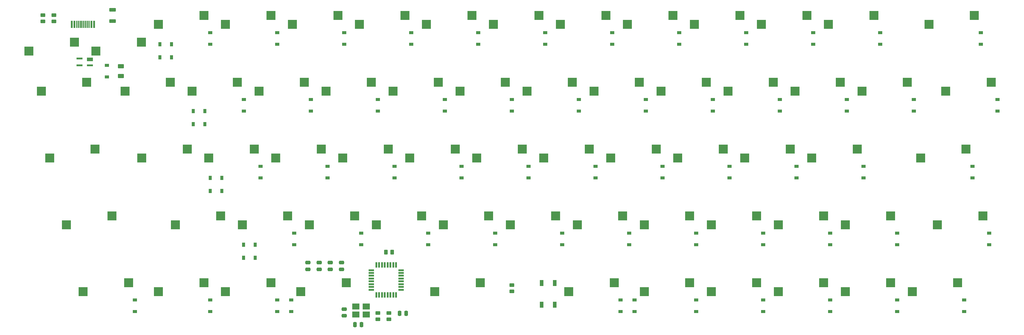
<source format=gbr>
G04 #@! TF.GenerationSoftware,KiCad,Pcbnew,(6.0.10)*
G04 #@! TF.CreationDate,2023-01-19T13:29:41+11:00*
G04 #@! TF.ProjectId,exp60,65787036-302e-46b6-9963-61645f706362,rev?*
G04 #@! TF.SameCoordinates,Original*
G04 #@! TF.FileFunction,Paste,Bot*
G04 #@! TF.FilePolarity,Positive*
%FSLAX46Y46*%
G04 Gerber Fmt 4.6, Leading zero omitted, Abs format (unit mm)*
G04 Created by KiCad (PCBNEW (6.0.10)) date 2023-01-19 13:29:41*
%MOMM*%
%LPD*%
G01*
G04 APERTURE LIST*
G04 Aperture macros list*
%AMRoundRect*
0 Rectangle with rounded corners*
0 $1 Rounding radius*
0 $2 $3 $4 $5 $6 $7 $8 $9 X,Y pos of 4 corners*
0 Add a 4 corners polygon primitive as box body*
4,1,4,$2,$3,$4,$5,$6,$7,$8,$9,$2,$3,0*
0 Add four circle primitives for the rounded corners*
1,1,$1+$1,$2,$3*
1,1,$1+$1,$4,$5*
1,1,$1+$1,$6,$7*
1,1,$1+$1,$8,$9*
0 Add four rect primitives between the rounded corners*
20,1,$1+$1,$2,$3,$4,$5,0*
20,1,$1+$1,$4,$5,$6,$7,0*
20,1,$1+$1,$6,$7,$8,$9,0*
20,1,$1+$1,$8,$9,$2,$3,0*%
G04 Aperture macros list end*
%ADD10R,2.550000X2.500000*%
%ADD11R,1.200000X0.900000*%
%ADD12R,2.100000X1.800000*%
%ADD13RoundRect,0.250000X-0.475000X0.250000X-0.475000X-0.250000X0.475000X-0.250000X0.475000X0.250000X0*%
%ADD14RoundRect,0.250000X-0.262500X-0.450000X0.262500X-0.450000X0.262500X0.450000X-0.262500X0.450000X0*%
%ADD15R,1.700000X1.000000*%
%ADD16R,1.700000X0.600000*%
%ADD17RoundRect,0.250000X0.450000X-0.262500X0.450000X0.262500X-0.450000X0.262500X-0.450000X-0.262500X0*%
%ADD18R,0.900000X1.200000*%
%ADD19R,1.600000X0.550000*%
%ADD20R,0.550000X1.600000*%
%ADD21R,0.600000X2.000000*%
%ADD22R,0.300000X2.000000*%
%ADD23RoundRect,0.250000X0.250000X0.475000X-0.250000X0.475000X-0.250000X-0.475000X0.250000X-0.475000X0*%
%ADD24R,1.100000X1.800000*%
%ADD25RoundRect,0.250000X-0.450000X0.262500X-0.450000X-0.262500X0.450000X-0.262500X0.450000X0.262500X0*%
%ADD26RoundRect,0.250000X0.625000X-0.375000X0.625000X0.375000X-0.625000X0.375000X-0.625000X-0.375000X0*%
%ADD27RoundRect,0.250000X-0.700000X0.275000X-0.700000X-0.275000X0.700000X-0.275000X0.700000X0.275000X0*%
G04 APERTURE END LIST*
D10*
X120995000Y-109665000D03*
X133922000Y-107125000D03*
X144807500Y-128715000D03*
X157734500Y-126175000D03*
X163857500Y-128715000D03*
X176784500Y-126175000D03*
X328163750Y-128715000D03*
X341090750Y-126175000D03*
X268632500Y-166815000D03*
X281559500Y-164275000D03*
X173382500Y-147765000D03*
X186309500Y-145225000D03*
X135282500Y-147765000D03*
X148209500Y-145225000D03*
X130520000Y-90615000D03*
X143447000Y-88075000D03*
X151951250Y-166815000D03*
X164878250Y-164275000D03*
X332926250Y-147765000D03*
X345853250Y-145225000D03*
X216245000Y-109665000D03*
X229172000Y-107125000D03*
X330545000Y-90615000D03*
X343472000Y-88075000D03*
X190051250Y-166815000D03*
X202978250Y-164275000D03*
X297207500Y-128715000D03*
X310134500Y-126175000D03*
X225770000Y-90615000D03*
X238697000Y-88075000D03*
X228151250Y-166815000D03*
X241078250Y-164275000D03*
X85276250Y-147765000D03*
X98203250Y-145225000D03*
X106590000Y-95695000D03*
X93663000Y-98235000D03*
X106707500Y-128715000D03*
X119634500Y-126175000D03*
X78132500Y-109665000D03*
X91059500Y-107125000D03*
X111470000Y-166815000D03*
X124397000Y-164275000D03*
X149570000Y-90615000D03*
X162497000Y-88075000D03*
X90038750Y-166815000D03*
X102965750Y-164275000D03*
X159095000Y-109665000D03*
X172022000Y-107125000D03*
X282920000Y-90615000D03*
X295847000Y-88075000D03*
X235295000Y-109665000D03*
X248222000Y-107125000D03*
X192432500Y-147765000D03*
X205359500Y-145225000D03*
X268632500Y-147765000D03*
X281559500Y-145225000D03*
X292445000Y-109665000D03*
X305372000Y-107125000D03*
X287682500Y-147765000D03*
X300609500Y-145225000D03*
X130520000Y-166815000D03*
X143447000Y-164275000D03*
X335307500Y-109665000D03*
X348234500Y-107125000D03*
X244820000Y-90615000D03*
X257747000Y-88075000D03*
X259107500Y-128715000D03*
X272034500Y-126175000D03*
X263870000Y-90615000D03*
X276797000Y-88075000D03*
X278157500Y-128715000D03*
X291084500Y-126175000D03*
X301970000Y-90615000D03*
X314897000Y-88075000D03*
X125757500Y-128715000D03*
X138684500Y-126175000D03*
X101945000Y-109665000D03*
X114872000Y-107125000D03*
X273395000Y-109665000D03*
X286322000Y-107125000D03*
X168620000Y-90615000D03*
X181547000Y-88075000D03*
X249582500Y-147765000D03*
X262509500Y-145225000D03*
X211482500Y-147765000D03*
X224409500Y-145225000D03*
X306732500Y-147765000D03*
X319659500Y-145225000D03*
X249582500Y-166815000D03*
X262509500Y-164275000D03*
X116232500Y-147765000D03*
X129159500Y-145225000D03*
X111470000Y-90615000D03*
X124397000Y-88075000D03*
X287682500Y-166815000D03*
X300609500Y-164275000D03*
X80513750Y-128715000D03*
X93440750Y-126175000D03*
X311495000Y-109665000D03*
X324422000Y-107125000D03*
X197195000Y-109665000D03*
X210122000Y-107125000D03*
X325782500Y-166815000D03*
X338709500Y-164275000D03*
X201957500Y-128715000D03*
X214884500Y-126175000D03*
X87540000Y-95695000D03*
X74613000Y-98235000D03*
X206720000Y-90615000D03*
X219647000Y-88075000D03*
X230532500Y-147765000D03*
X243459500Y-145225000D03*
X182907500Y-128715000D03*
X195834500Y-126175000D03*
X306732500Y-166815000D03*
X319659500Y-164275000D03*
X140045000Y-109665000D03*
X152972000Y-107125000D03*
X240057500Y-128715000D03*
X252984500Y-126175000D03*
X187670000Y-90615000D03*
X200597000Y-88075000D03*
X178145000Y-109665000D03*
X191072000Y-107125000D03*
X221007500Y-128715000D03*
X233934500Y-126175000D03*
X254345000Y-109665000D03*
X267272000Y-107125000D03*
X154332500Y-147765000D03*
X167259500Y-145225000D03*
D11*
X269081250Y-115355000D03*
X269081250Y-112055000D03*
X302418750Y-172505000D03*
X302418750Y-169205000D03*
X197643750Y-134405000D03*
X197643750Y-131105000D03*
D12*
X170518750Y-173393750D03*
X167618750Y-173393750D03*
X167618750Y-171093750D03*
X170518750Y-171093750D03*
D13*
X163512500Y-158593750D03*
X163512500Y-160493750D03*
D14*
X176093750Y-155575000D03*
X177918750Y-155575000D03*
D11*
X211931250Y-115355000D03*
X211931250Y-112055000D03*
D15*
X91987500Y-100606250D03*
D16*
X91987500Y-102306250D03*
X88987500Y-102306250D03*
X88987500Y-100406250D03*
D13*
X153987500Y-158593750D03*
X153987500Y-160493750D03*
D17*
X81756250Y-89812500D03*
X81756250Y-87987500D03*
D11*
X288131250Y-115355000D03*
X288131250Y-112055000D03*
X273843750Y-134405000D03*
X273843750Y-131105000D03*
X307181250Y-115355000D03*
X307181250Y-112055000D03*
X345281250Y-96305000D03*
X345281250Y-93005000D03*
X283368750Y-172505000D03*
X283368750Y-169205000D03*
X202406250Y-96305000D03*
X202406250Y-93005000D03*
D18*
X129443750Y-138112500D03*
X126143750Y-138112500D03*
D11*
X230981250Y-115355000D03*
X230981250Y-112055000D03*
D18*
X115156250Y-96300000D03*
X111856250Y-96300000D03*
D11*
X207168750Y-153455000D03*
X207168750Y-150155000D03*
X96837500Y-102331250D03*
X96837500Y-105631250D03*
X350043750Y-115355000D03*
X350043750Y-112055000D03*
X183356250Y-96305000D03*
X183356250Y-93005000D03*
X242887500Y-172505000D03*
X242887500Y-169205000D03*
X104775000Y-172505000D03*
X104775000Y-169205000D03*
X126206250Y-96305000D03*
X126206250Y-93005000D03*
D13*
X164306250Y-171837500D03*
X164306250Y-173737500D03*
D11*
X145256250Y-172505000D03*
X145256250Y-169205000D03*
X321468750Y-172505000D03*
X321468750Y-169205000D03*
D19*
X171962500Y-166312500D03*
X171962500Y-165512500D03*
X171962500Y-164712500D03*
X171962500Y-163912500D03*
X171962500Y-163112500D03*
X171962500Y-162312500D03*
X171962500Y-161512500D03*
X171962500Y-160712500D03*
D20*
X173412500Y-159262500D03*
X174212500Y-159262500D03*
X175012500Y-159262500D03*
X175812500Y-159262500D03*
X176612500Y-159262500D03*
X177412500Y-159262500D03*
X178212500Y-159262500D03*
X179012500Y-159262500D03*
D19*
X180462500Y-160712500D03*
X180462500Y-161512500D03*
X180462500Y-162312500D03*
X180462500Y-163112500D03*
X180462500Y-163912500D03*
X180462500Y-164712500D03*
X180462500Y-165512500D03*
X180462500Y-166312500D03*
D20*
X179012500Y-167762500D03*
X178212500Y-167762500D03*
X177412500Y-167762500D03*
X176612500Y-167762500D03*
X175812500Y-167762500D03*
X175012500Y-167762500D03*
X174212500Y-167762500D03*
X173412500Y-167762500D03*
D18*
X138937500Y-157162500D03*
X135637500Y-157162500D03*
D11*
X342900000Y-134405000D03*
X342900000Y-131105000D03*
X245268750Y-153455000D03*
X245268750Y-150155000D03*
X159543750Y-134405000D03*
X159543750Y-131105000D03*
X226218750Y-153455000D03*
X226218750Y-150155000D03*
X173831250Y-115355000D03*
X173831250Y-112055000D03*
D18*
X124681250Y-119062500D03*
X121381250Y-119062500D03*
D21*
X86780000Y-90611250D03*
X87580000Y-90611250D03*
D22*
X88730000Y-90611250D03*
X89730000Y-90611250D03*
X90230000Y-90611250D03*
X91230000Y-90611250D03*
D21*
X93180000Y-90611250D03*
X92380000Y-90611250D03*
D22*
X91730000Y-90611250D03*
X90730000Y-90611250D03*
X89230000Y-90611250D03*
X88230000Y-90611250D03*
D11*
X321468750Y-153455000D03*
X321468750Y-150155000D03*
X254793750Y-134405000D03*
X254793750Y-131105000D03*
X154781250Y-115355000D03*
X154781250Y-112055000D03*
X311943750Y-134405000D03*
X311943750Y-131105000D03*
D23*
X169225000Y-176212500D03*
X167325000Y-176212500D03*
D11*
X149225000Y-172505000D03*
X149225000Y-169205000D03*
X164306250Y-96305000D03*
X164306250Y-93005000D03*
X240506250Y-96305000D03*
X240506250Y-93005000D03*
X297656250Y-96305000D03*
X297656250Y-93005000D03*
X347662500Y-153455000D03*
X347662500Y-150155000D03*
D24*
X220400000Y-170581250D03*
X220400000Y-164381250D03*
X224100000Y-164381250D03*
X224100000Y-170581250D03*
D11*
X188118750Y-153455000D03*
X188118750Y-150155000D03*
X126206250Y-172505000D03*
X126206250Y-169205000D03*
X259556250Y-96305000D03*
X259556250Y-93005000D03*
D25*
X173831250Y-172918750D03*
X173831250Y-174743750D03*
D11*
X145256250Y-96305000D03*
X145256250Y-93005000D03*
D18*
X129443750Y-134400000D03*
X126143750Y-134400000D03*
D11*
X169068750Y-153455000D03*
X169068750Y-150155000D03*
X283368750Y-153455000D03*
X283368750Y-150155000D03*
X140493750Y-134405000D03*
X140493750Y-131105000D03*
X216693750Y-134405000D03*
X216693750Y-131105000D03*
D18*
X124681250Y-115350000D03*
X121381250Y-115350000D03*
D11*
X340518750Y-172505000D03*
X340518750Y-169205000D03*
D13*
X157162500Y-158593750D03*
X157162500Y-160493750D03*
D18*
X138937500Y-153450000D03*
X135637500Y-153450000D03*
D26*
X100806250Y-105381250D03*
X100806250Y-102581250D03*
D11*
X316706250Y-96305000D03*
X316706250Y-93005000D03*
X150018750Y-153455000D03*
X150018750Y-150155000D03*
D27*
X98425000Y-86531250D03*
X98425000Y-89681250D03*
D11*
X235743750Y-134405000D03*
X235743750Y-131105000D03*
X292893750Y-134405000D03*
X292893750Y-131105000D03*
X250031250Y-115355000D03*
X250031250Y-112055000D03*
D17*
X78581250Y-89812500D03*
X78581250Y-87987500D03*
D11*
X178593750Y-134405000D03*
X178593750Y-131105000D03*
X221456250Y-96305000D03*
X221456250Y-93005000D03*
X264318750Y-172505000D03*
X264318750Y-169205000D03*
D25*
X177006250Y-172918750D03*
X177006250Y-174743750D03*
D11*
X192881250Y-115355000D03*
X192881250Y-112055000D03*
X264318750Y-153455000D03*
X264318750Y-150155000D03*
X278606250Y-96305000D03*
X278606250Y-93005000D03*
X302418750Y-153455000D03*
X302418750Y-150155000D03*
D23*
X181925000Y-173037500D03*
X180025000Y-173037500D03*
D18*
X115156250Y-100012500D03*
X111856250Y-100012500D03*
D11*
X246856250Y-172505000D03*
X246856250Y-169205000D03*
D25*
X211931250Y-164981250D03*
X211931250Y-166806250D03*
D11*
X135731250Y-115355000D03*
X135731250Y-112055000D03*
D13*
X160337500Y-158593750D03*
X160337500Y-160493750D03*
D11*
X326231250Y-115355000D03*
X326231250Y-112055000D03*
M02*

</source>
